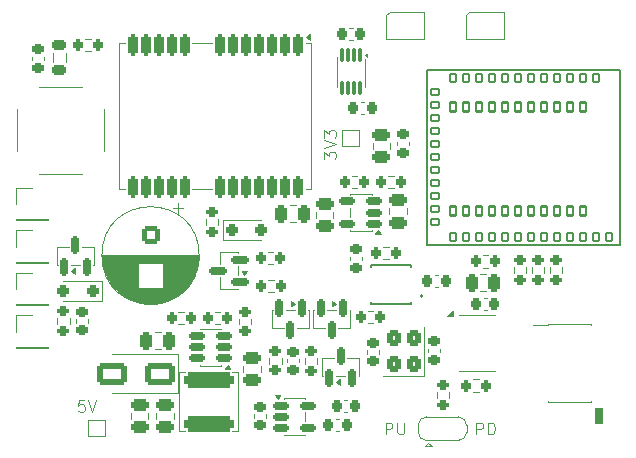
<source format=gbr>
%TF.GenerationSoftware,KiCad,Pcbnew,9.0.6-9.0.6~ubuntu24.04.1*%
%TF.CreationDate,2025-12-29T16:18:33+03:00*%
%TF.ProjectId,rc_ble,72635f62-6c65-42e6-9b69-6361645f7063,rev?*%
%TF.SameCoordinates,Original*%
%TF.FileFunction,Legend,Top*%
%TF.FilePolarity,Positive*%
%FSLAX46Y46*%
G04 Gerber Fmt 4.6, Leading zero omitted, Abs format (unit mm)*
G04 Created by KiCad (PCBNEW 9.0.6-9.0.6~ubuntu24.04.1) date 2025-12-29 16:18:33*
%MOMM*%
%LPD*%
G01*
G04 APERTURE LIST*
G04 Aperture macros list*
%AMRoundRect*
0 Rectangle with rounded corners*
0 $1 Rounding radius*
0 $2 $3 $4 $5 $6 $7 $8 $9 X,Y pos of 4 corners*
0 Add a 4 corners polygon primitive as box body*
4,1,4,$2,$3,$4,$5,$6,$7,$8,$9,$2,$3,0*
0 Add four circle primitives for the rounded corners*
1,1,$1+$1,$2,$3*
1,1,$1+$1,$4,$5*
1,1,$1+$1,$6,$7*
1,1,$1+$1,$8,$9*
0 Add four rect primitives between the rounded corners*
20,1,$1+$1,$2,$3,$4,$5,0*
20,1,$1+$1,$4,$5,$6,$7,0*
20,1,$1+$1,$6,$7,$8,$9,0*
20,1,$1+$1,$8,$9,$2,$3,0*%
%AMFreePoly0*
4,1,23,0.550000,-0.750000,0.000000,-0.750000,0.000000,-0.745722,-0.065263,-0.745722,-0.191342,-0.711940,-0.304381,-0.646677,-0.396677,-0.554381,-0.461940,-0.441342,-0.495722,-0.315263,-0.495722,-0.250000,-0.500000,-0.250000,-0.500000,0.250000,-0.495722,0.250000,-0.495722,0.315263,-0.461940,0.441342,-0.396677,0.554381,-0.304381,0.646677,-0.191342,0.711940,-0.065263,0.745722,0.000000,0.745722,
0.000000,0.750000,0.550000,0.750000,0.550000,-0.750000,0.550000,-0.750000,$1*%
%AMFreePoly1*
4,1,23,0.000000,0.745722,0.065263,0.745722,0.191342,0.711940,0.304381,0.646677,0.396677,0.554381,0.461940,0.441342,0.495722,0.315263,0.495722,0.250000,0.500000,0.250000,0.500000,-0.250000,0.495722,-0.250000,0.495722,-0.315263,0.461940,-0.441342,0.396677,-0.554381,0.304381,-0.646677,0.191342,-0.711940,0.065263,-0.745722,0.000000,-0.745722,0.000000,-0.750000,-0.550000,-0.750000,
-0.550000,0.750000,0.000000,0.750000,0.000000,0.745722,0.000000,0.745722,$1*%
G04 Aperture macros list end*
%ADD10C,0.100000*%
%ADD11C,0.120000*%
%ADD12C,0.150000*%
%ADD13C,0.152400*%
%ADD14FreePoly0,0.000000*%
%ADD15R,1.000000X1.500000*%
%ADD16FreePoly1,0.000000*%
%ADD17RoundRect,0.225000X-0.225000X-0.250000X0.225000X-0.250000X0.225000X0.250000X-0.225000X0.250000X0*%
%ADD18RoundRect,0.200000X-0.275000X0.200000X-0.275000X-0.200000X0.275000X-0.200000X0.275000X0.200000X0*%
%ADD19R,2.400000X0.740000*%
%ADD20RoundRect,0.250000X-0.475000X0.250000X-0.475000X-0.250000X0.475000X-0.250000X0.475000X0.250000X0*%
%ADD21RoundRect,0.225000X-0.250000X0.225000X-0.250000X-0.225000X0.250000X-0.225000X0.250000X0.225000X0*%
%ADD22R,1.700000X1.700000*%
%ADD23RoundRect,0.218750X0.381250X-0.218750X0.381250X0.218750X-0.381250X0.218750X-0.381250X-0.218750X0*%
%ADD24RoundRect,0.200000X-0.200000X-0.275000X0.200000X-0.275000X0.200000X0.275000X-0.200000X0.275000X0*%
%ADD25RoundRect,0.150000X-0.150000X0.587500X-0.150000X-0.587500X0.150000X-0.587500X0.150000X0.587500X0*%
%ADD26R,1.000000X1.000000*%
%ADD27RoundRect,0.350000X1.750000X0.350000X-1.750000X0.350000X-1.750000X-0.350000X1.750000X-0.350000X0*%
%ADD28RoundRect,0.200000X0.200000X0.275000X-0.200000X0.275000X-0.200000X-0.275000X0.200000X-0.275000X0*%
%ADD29RoundRect,0.250000X-0.250000X-0.475000X0.250000X-0.475000X0.250000X0.475000X-0.250000X0.475000X0*%
%ADD30RoundRect,0.087500X-0.087500X0.537500X-0.087500X-0.537500X0.087500X-0.537500X0.087500X0.537500X0*%
%ADD31RoundRect,0.250000X0.475000X-0.250000X0.475000X0.250000X-0.475000X0.250000X-0.475000X-0.250000X0*%
%ADD32RoundRect,0.225000X0.250000X-0.225000X0.250000X0.225000X-0.250000X0.225000X-0.250000X-0.225000X0*%
%ADD33RoundRect,0.250000X-0.250000X-0.250000X0.250000X-0.250000X0.250000X0.250000X-0.250000X0.250000X0*%
%ADD34C,0.700000*%
%ADD35C,4.400000*%
%ADD36RoundRect,0.150000X-0.512500X-0.150000X0.512500X-0.150000X0.512500X0.150000X-0.512500X0.150000X0*%
%ADD37RoundRect,0.200000X0.275000X-0.200000X0.275000X0.200000X-0.275000X0.200000X-0.275000X-0.200000X0*%
%ADD38RoundRect,0.250000X0.350000X-0.450000X0.350000X0.450000X-0.350000X0.450000X-0.350000X-0.450000X0*%
%ADD39O,0.850000X0.350000*%
%ADD40R,1.650000X4.250000*%
%ADD41RoundRect,0.150000X0.512500X0.150000X-0.512500X0.150000X-0.512500X-0.150000X0.512500X-0.150000X0*%
%ADD42R,0.700000X0.700000*%
%ADD43RoundRect,0.250000X0.250000X0.250000X-0.250000X0.250000X-0.250000X-0.250000X0.250000X-0.250000X0*%
%ADD44RoundRect,0.105000X-0.245000X0.345000X-0.245000X-0.345000X0.245000X-0.345000X0.245000X0.345000X0*%
%ADD45RoundRect,0.105000X-0.345000X-0.245000X0.345000X-0.245000X0.345000X0.245000X-0.345000X0.245000X0*%
%ADD46RoundRect,0.105000X0.245000X-0.345000X0.245000X0.345000X-0.245000X0.345000X-0.245000X-0.345000X0*%
%ADD47RoundRect,0.105000X0.245000X-0.395000X0.245000X0.395000X-0.245000X0.395000X-0.245000X-0.395000X0*%
%ADD48RoundRect,0.225000X0.225000X0.250000X-0.225000X0.250000X-0.225000X-0.250000X0.225000X-0.250000X0*%
%ADD49RoundRect,0.250000X0.250000X0.475000X-0.250000X0.475000X-0.250000X-0.475000X0.250000X-0.475000X0*%
%ADD50RoundRect,0.250000X1.000000X0.650000X-1.000000X0.650000X-1.000000X-0.650000X1.000000X-0.650000X0*%
%ADD51RoundRect,0.150000X0.150000X-0.587500X0.150000X0.587500X-0.150000X0.587500X-0.150000X-0.587500X0*%
%ADD52C,2.050000*%
%ADD53C,2.250000*%
%ADD54RoundRect,0.250000X-0.550000X0.550000X-0.550000X-0.550000X0.550000X-0.550000X0.550000X0.550000X0*%
%ADD55C,1.600000*%
%ADD56R,0.762000X0.304800*%
%ADD57R,1.651000X2.438400*%
%ADD58RoundRect,0.200000X-0.200000X0.700000X-0.200000X-0.700000X0.200000X-0.700000X0.200000X0.700000X0*%
%ADD59RoundRect,0.150000X0.587500X0.150000X-0.587500X0.150000X-0.587500X-0.150000X0.587500X-0.150000X0*%
G04 APERTURE END LIST*
D10*
X144770000Y-97440000D02*
X145390000Y-97440000D01*
X145390000Y-98670000D01*
X144770000Y-98670000D01*
X144770000Y-97440000D01*
G36*
X144770000Y-97440000D02*
G01*
X145390000Y-97440000D01*
X145390000Y-98670000D01*
X144770000Y-98670000D01*
X144770000Y-97440000D01*
G37*
X134763884Y-99652419D02*
X134763884Y-98652419D01*
X134763884Y-98652419D02*
X135144836Y-98652419D01*
X135144836Y-98652419D02*
X135240074Y-98700038D01*
X135240074Y-98700038D02*
X135287693Y-98747657D01*
X135287693Y-98747657D02*
X135335312Y-98842895D01*
X135335312Y-98842895D02*
X135335312Y-98985752D01*
X135335312Y-98985752D02*
X135287693Y-99080990D01*
X135287693Y-99080990D02*
X135240074Y-99128609D01*
X135240074Y-99128609D02*
X135144836Y-99176228D01*
X135144836Y-99176228D02*
X134763884Y-99176228D01*
X135763884Y-99652419D02*
X135763884Y-98652419D01*
X135763884Y-98652419D02*
X136001979Y-98652419D01*
X136001979Y-98652419D02*
X136144836Y-98700038D01*
X136144836Y-98700038D02*
X136240074Y-98795276D01*
X136240074Y-98795276D02*
X136287693Y-98890514D01*
X136287693Y-98890514D02*
X136335312Y-99080990D01*
X136335312Y-99080990D02*
X136335312Y-99223847D01*
X136335312Y-99223847D02*
X136287693Y-99414323D01*
X136287693Y-99414323D02*
X136240074Y-99509561D01*
X136240074Y-99509561D02*
X136144836Y-99604800D01*
X136144836Y-99604800D02*
X136001979Y-99652419D01*
X136001979Y-99652419D02*
X135763884Y-99652419D01*
X101560074Y-96732419D02*
X101083884Y-96732419D01*
X101083884Y-96732419D02*
X101036265Y-97208609D01*
X101036265Y-97208609D02*
X101083884Y-97160990D01*
X101083884Y-97160990D02*
X101179122Y-97113371D01*
X101179122Y-97113371D02*
X101417217Y-97113371D01*
X101417217Y-97113371D02*
X101512455Y-97160990D01*
X101512455Y-97160990D02*
X101560074Y-97208609D01*
X101560074Y-97208609D02*
X101607693Y-97303847D01*
X101607693Y-97303847D02*
X101607693Y-97541942D01*
X101607693Y-97541942D02*
X101560074Y-97637180D01*
X101560074Y-97637180D02*
X101512455Y-97684800D01*
X101512455Y-97684800D02*
X101417217Y-97732419D01*
X101417217Y-97732419D02*
X101179122Y-97732419D01*
X101179122Y-97732419D02*
X101083884Y-97684800D01*
X101083884Y-97684800D02*
X101036265Y-97637180D01*
X101893408Y-96732419D02*
X102226741Y-97732419D01*
X102226741Y-97732419D02*
X102560074Y-96732419D01*
X121872419Y-76321353D02*
X121872419Y-75702306D01*
X121872419Y-75702306D02*
X122253371Y-76035639D01*
X122253371Y-76035639D02*
X122253371Y-75892782D01*
X122253371Y-75892782D02*
X122300990Y-75797544D01*
X122300990Y-75797544D02*
X122348609Y-75749925D01*
X122348609Y-75749925D02*
X122443847Y-75702306D01*
X122443847Y-75702306D02*
X122681942Y-75702306D01*
X122681942Y-75702306D02*
X122777180Y-75749925D01*
X122777180Y-75749925D02*
X122824800Y-75797544D01*
X122824800Y-75797544D02*
X122872419Y-75892782D01*
X122872419Y-75892782D02*
X122872419Y-76178496D01*
X122872419Y-76178496D02*
X122824800Y-76273734D01*
X122824800Y-76273734D02*
X122777180Y-76321353D01*
X121872419Y-75416591D02*
X122872419Y-75083258D01*
X122872419Y-75083258D02*
X121872419Y-74749925D01*
X121872419Y-74511829D02*
X121872419Y-73892782D01*
X121872419Y-73892782D02*
X122253371Y-74226115D01*
X122253371Y-74226115D02*
X122253371Y-74083258D01*
X122253371Y-74083258D02*
X122300990Y-73988020D01*
X122300990Y-73988020D02*
X122348609Y-73940401D01*
X122348609Y-73940401D02*
X122443847Y-73892782D01*
X122443847Y-73892782D02*
X122681942Y-73892782D01*
X122681942Y-73892782D02*
X122777180Y-73940401D01*
X122777180Y-73940401D02*
X122824800Y-73988020D01*
X122824800Y-73988020D02*
X122872419Y-74083258D01*
X122872419Y-74083258D02*
X122872419Y-74368972D01*
X122872419Y-74368972D02*
X122824800Y-74464210D01*
X122824800Y-74464210D02*
X122777180Y-74511829D01*
X127073884Y-99652419D02*
X127073884Y-98652419D01*
X127073884Y-98652419D02*
X127454836Y-98652419D01*
X127454836Y-98652419D02*
X127550074Y-98700038D01*
X127550074Y-98700038D02*
X127597693Y-98747657D01*
X127597693Y-98747657D02*
X127645312Y-98842895D01*
X127645312Y-98842895D02*
X127645312Y-98985752D01*
X127645312Y-98985752D02*
X127597693Y-99080990D01*
X127597693Y-99080990D02*
X127550074Y-99128609D01*
X127550074Y-99128609D02*
X127454836Y-99176228D01*
X127454836Y-99176228D02*
X127073884Y-99176228D01*
X128073884Y-98652419D02*
X128073884Y-99461942D01*
X128073884Y-99461942D02*
X128121503Y-99557180D01*
X128121503Y-99557180D02*
X128169122Y-99604800D01*
X128169122Y-99604800D02*
X128264360Y-99652419D01*
X128264360Y-99652419D02*
X128454836Y-99652419D01*
X128454836Y-99652419D02*
X128550074Y-99604800D01*
X128550074Y-99604800D02*
X128597693Y-99557180D01*
X128597693Y-99557180D02*
X128645312Y-99461942D01*
X128645312Y-99461942D02*
X128645312Y-98652419D01*
D11*
%TO.C,JP101*%
X129830000Y-99460000D02*
X129830000Y-98860000D01*
X130380000Y-100660000D02*
X130980000Y-100660000D01*
X130480000Y-98160000D02*
X133280000Y-98160000D01*
X130680000Y-100360000D02*
X130380000Y-100660000D01*
X130680000Y-100360000D02*
X130980000Y-100660000D01*
X133280000Y-100160000D02*
X130480000Y-100160000D01*
X133930000Y-98860000D02*
X133930000Y-99460000D01*
X129830000Y-98860000D02*
G75*
G02*
X130530000Y-98160000I699999J1D01*
G01*
X130530000Y-100160000D02*
G75*
G02*
X129830000Y-99460000I-1J699999D01*
G01*
X133230000Y-98160000D02*
G75*
G02*
X133930000Y-98860000I0J-700000D01*
G01*
X133930000Y-99460000D02*
G75*
G02*
X133230000Y-100160000I-700000J0D01*
G01*
%TO.C,C108*%
X124989420Y-71520000D02*
X125270580Y-71520000D01*
X124989420Y-72540000D02*
X125270580Y-72540000D01*
%TO.C,R102*%
X111837500Y-81432742D02*
X111837500Y-81907258D01*
X112882500Y-81432742D02*
X112882500Y-81907258D01*
%TO.C,J104*%
X139560000Y-90370000D02*
X140835000Y-90370000D01*
X140835000Y-90305000D02*
X140835000Y-90370000D01*
X140835000Y-90305000D02*
X144465000Y-90305000D01*
X140835000Y-96810000D02*
X140835000Y-96875000D01*
X140835000Y-96875000D02*
X144465000Y-96875000D01*
X144465000Y-90305000D02*
X144465000Y-90370000D01*
X144465000Y-96810000D02*
X144465000Y-96875000D01*
%TO.C,C113*%
X125975000Y-74978748D02*
X125975000Y-75501252D01*
X127445000Y-74978748D02*
X127445000Y-75501252D01*
%TO.C,C110*%
X100840000Y-89914420D02*
X100840000Y-90195580D01*
X101860000Y-89914420D02*
X101860000Y-90195580D01*
%TO.C,J302*%
X95770000Y-85970000D02*
X97150000Y-85970000D01*
X95770000Y-87350000D02*
X95770000Y-85970000D01*
X95770000Y-88620000D02*
X95770000Y-88730000D01*
X95770000Y-88620000D02*
X98530000Y-88620000D01*
X95770000Y-88730000D02*
X98530000Y-88730000D01*
X98530000Y-88620000D02*
X98530000Y-88730000D01*
%TO.C,C106*%
X124014420Y-65240000D02*
X124295580Y-65240000D01*
X124014420Y-66260000D02*
X124295580Y-66260000D01*
%TO.C,C101*%
X125480001Y-92534420D02*
X125480001Y-92815580D01*
X126500001Y-92534420D02*
X126500001Y-92815580D01*
%TO.C,L201*%
X98890000Y-68149622D02*
X98890000Y-67350378D01*
X100010000Y-68149622D02*
X100010000Y-67350378D01*
%TO.C,R101*%
X135287742Y-84477500D02*
X135762258Y-84477500D01*
X135287742Y-85522500D02*
X135762258Y-85522500D01*
%TO.C,Q303*%
X120960000Y-89107500D02*
X121010000Y-89107500D01*
X120960000Y-90627500D02*
X120960000Y-89107500D01*
X121960000Y-90627500D02*
X120960000Y-90627500D01*
X122130000Y-89107500D02*
X122910000Y-89107500D01*
X124030000Y-89107500D02*
X124080000Y-89107500D01*
X124080000Y-89107500D02*
X124080000Y-90627500D01*
X124080000Y-90627500D02*
X123080000Y-90627500D01*
X122900000Y-88567500D02*
X122570000Y-88807500D01*
X122570000Y-88327500D01*
X122900000Y-88567500D01*
G36*
X122900000Y-88567500D02*
G01*
X122570000Y-88807500D01*
X122570000Y-88327500D01*
X122900000Y-88567500D01*
G37*
%TO.C,TP101*%
X101900000Y-98400000D02*
X103300000Y-98400000D01*
X101900000Y-99800000D02*
X101900000Y-98400000D01*
X103300000Y-98400000D02*
X103300000Y-99800000D01*
X103300000Y-99800000D02*
X101900000Y-99800000D01*
%TO.C,L401*%
D10*
X114600000Y-99400000D02*
X109600000Y-99400000D01*
X109600000Y-94400000D01*
X114600000Y-94400000D01*
X114600000Y-99400000D01*
D11*
%TO.C,R302*%
X127357258Y-83757500D02*
X126882742Y-83757500D01*
X127357258Y-84802500D02*
X126882742Y-84802500D01*
%TO.C,C202*%
X118938748Y-80215000D02*
X119461252Y-80215000D01*
X118938748Y-81685000D02*
X119461252Y-81685000D01*
%TO.C,C112*%
X122859420Y-98380000D02*
X123140580Y-98380000D01*
X122859420Y-99400000D02*
X123140580Y-99400000D01*
%TO.C,R110*%
X139477500Y-85487742D02*
X139477500Y-85962258D01*
X140522500Y-85487742D02*
X140522500Y-85962258D01*
%TO.C,U102*%
X122945000Y-70200000D02*
X122945000Y-67680000D01*
X125315000Y-67834432D02*
X125315000Y-70200000D01*
X125510000Y-67680000D02*
X125320000Y-67540000D01*
X125510000Y-67400000D01*
X125510000Y-67680000D01*
G36*
X125510000Y-67680000D02*
G01*
X125320000Y-67540000D01*
X125510000Y-67400000D01*
X125510000Y-67680000D01*
G37*
%TO.C,C107*%
X121175000Y-81321252D02*
X121175000Y-80798748D01*
X122645000Y-81321252D02*
X122645000Y-80798748D01*
%TO.C,R104*%
X131397500Y-96072742D02*
X131397500Y-96547258D01*
X132442500Y-96072742D02*
X132442500Y-96547258D01*
%TO.C,C103*%
X130630001Y-92690580D02*
X130630001Y-92409420D01*
X131650001Y-92690580D02*
X131650001Y-92409420D01*
%TO.C,D101*%
X113272500Y-81490000D02*
X113272500Y-83190000D01*
X113272500Y-81490000D02*
X116532500Y-81490000D01*
X113272500Y-83190000D02*
X116532500Y-83190000D01*
%TO.C,C404*%
X105505000Y-98331252D02*
X105505000Y-97808748D01*
X106975000Y-98331252D02*
X106975000Y-97808748D01*
%TO.C,C301*%
X131234420Y-86140000D02*
X131515580Y-86140000D01*
X131234420Y-87160000D02*
X131515580Y-87160000D01*
%TO.C,U105*%
X118462500Y-96590000D02*
X120282500Y-96590000D01*
X118462500Y-96640000D02*
X118462500Y-96590000D01*
X118462500Y-99710000D02*
X118462500Y-99660000D01*
X120282500Y-96590000D02*
X120282500Y-96640000D01*
X120282500Y-97760000D02*
X120282500Y-98540000D01*
X120282500Y-99660000D02*
X120282500Y-99710000D01*
X120282500Y-99710000D02*
X118462500Y-99710000D01*
X117922500Y-96640000D02*
X117682500Y-96310000D01*
X118162500Y-96310000D01*
X117922500Y-96640000D01*
G36*
X117922500Y-96640000D02*
G01*
X117682500Y-96310000D01*
X118162500Y-96310000D01*
X117922500Y-96640000D01*
G37*
%TO.C,C201*%
X97140000Y-67684420D02*
X97140000Y-67965580D01*
X98160000Y-67684420D02*
X98160000Y-67965580D01*
%TO.C,R402*%
X114652500Y-90337258D02*
X114652500Y-89862742D01*
X115697500Y-90337258D02*
X115697500Y-89862742D01*
%TO.C,R401*%
X109537742Y-89257500D02*
X110012258Y-89257500D01*
X109537742Y-90302500D02*
X110012258Y-90302500D01*
%TO.C,R108*%
X137927500Y-85487742D02*
X137927500Y-85962258D01*
X138972500Y-85487742D02*
X138972500Y-85962258D01*
%TO.C,Q302*%
X117460000Y-89107500D02*
X117510000Y-89107500D01*
X117460000Y-90627500D02*
X117460000Y-89107500D01*
X118460000Y-90627500D02*
X117460000Y-90627500D01*
X118630000Y-89107500D02*
X119410000Y-89107500D01*
X120530000Y-89107500D02*
X120580000Y-89107500D01*
X120580000Y-89107500D02*
X120580000Y-90627500D01*
X120580000Y-90627500D02*
X119580000Y-90627500D01*
X119400000Y-88567500D02*
X119070000Y-88807500D01*
X119070000Y-88327500D01*
X119400000Y-88567500D01*
G36*
X119400000Y-88567500D02*
G01*
X119070000Y-88807500D01*
X119070000Y-88327500D01*
X119400000Y-88567500D01*
G37*
%TO.C,Y101*%
X126890001Y-94660000D02*
X130310001Y-94660000D01*
X130310001Y-94660000D02*
X130310001Y-90540000D01*
%TO.C,J102*%
X95770000Y-82370000D02*
X97150000Y-82370000D01*
X95770000Y-83750000D02*
X95770000Y-82370000D01*
X95770000Y-85020000D02*
X95770000Y-85130000D01*
X95770000Y-85020000D02*
X98530000Y-85020000D01*
X95770000Y-85130000D02*
X98530000Y-85130000D01*
X98530000Y-85020000D02*
X98530000Y-85130000D01*
%TO.C,U101*%
X133312500Y-94260000D02*
X136312500Y-94260000D01*
X136312500Y-89540000D02*
X133312500Y-89540000D01*
X132742500Y-89640000D02*
X132262500Y-89640000D01*
X132742500Y-89160000D01*
X132742500Y-89640000D01*
G36*
X132742500Y-89640000D02*
G01*
X132262500Y-89640000D01*
X132742500Y-89160000D01*
X132742500Y-89640000D01*
G37*
%TO.C,U401*%
X111340000Y-90702500D02*
X113160000Y-90702500D01*
X111340000Y-90752500D02*
X111340000Y-90702500D01*
X111340000Y-93822500D02*
X111340000Y-93772500D01*
X113160000Y-90702500D02*
X113160000Y-90752500D01*
X113160000Y-93772500D02*
X113160000Y-93822500D01*
X113160000Y-93822500D02*
X111340000Y-93822500D01*
X113940000Y-94102500D02*
X113460000Y-94102500D01*
X113700000Y-93772500D01*
X113940000Y-94102500D01*
G36*
X113940000Y-94102500D02*
G01*
X113460000Y-94102500D01*
X113700000Y-93772500D01*
X113940000Y-94102500D01*
G37*
%TO.C,R201*%
X101637742Y-66177500D02*
X102112258Y-66177500D01*
X101637742Y-67222500D02*
X102112258Y-67222500D01*
%TO.C,R306*%
X117082742Y-84207500D02*
X117557258Y-84207500D01*
X117082742Y-85252500D02*
X117557258Y-85252500D01*
%TO.C,D102*%
X133875000Y-66150000D02*
X133875000Y-64150000D01*
X133875000Y-66150000D02*
X137075000Y-66150000D01*
X134175000Y-63850000D02*
X133875000Y-64150000D01*
X134175000Y-63850000D02*
X137075000Y-63850000D01*
X137075000Y-63850000D02*
X137075000Y-66150000D01*
%TO.C,D103*%
X127135000Y-66150000D02*
X127135000Y-64150000D01*
X127135000Y-66150000D02*
X130335000Y-66150000D01*
X127435000Y-63850000D02*
X127135000Y-64150000D01*
X127435000Y-63850000D02*
X130335000Y-63850000D01*
X130335000Y-63850000D02*
X130335000Y-66150000D01*
%TO.C,R304*%
X117122742Y-86542500D02*
X117597258Y-86542500D01*
X117122742Y-87587500D02*
X117597258Y-87587500D01*
%TO.C,J103*%
X95770000Y-78770000D02*
X97150000Y-78770000D01*
X95770000Y-80150000D02*
X95770000Y-78770000D01*
X95770000Y-81420000D02*
X95770000Y-81530000D01*
X95770000Y-81420000D02*
X98530000Y-81420000D01*
X95770000Y-81530000D02*
X98530000Y-81530000D01*
X98530000Y-81420000D02*
X98530000Y-81530000D01*
%TO.C,R301*%
X126047258Y-89157500D02*
X125572742Y-89157500D01*
X126047258Y-90202500D02*
X125572742Y-90202500D01*
%TO.C,D104*%
X103060000Y-86680000D02*
X99800000Y-86680000D01*
X103060000Y-88380000D02*
X99800000Y-88380000D01*
X103060000Y-88380000D02*
X103060000Y-86680000D01*
%TO.C,R107*%
X99277500Y-89802742D02*
X99277500Y-90277258D01*
X100322500Y-89802742D02*
X100322500Y-90277258D01*
%TO.C,U104*%
D12*
X146945000Y-68755000D02*
X130555000Y-68755000D01*
X130555000Y-83645000D01*
X146945000Y-83645000D01*
X146945000Y-68755000D01*
D11*
%TO.C,R305*%
X117217500Y-93172742D02*
X117217500Y-93647258D01*
X118262500Y-93172742D02*
X118262500Y-93647258D01*
%TO.C,C105*%
X135658080Y-88080000D02*
X135376920Y-88080000D01*
X135658080Y-89100000D02*
X135376920Y-89100000D01*
%TO.C,R403*%
X113062258Y-89252500D02*
X112587742Y-89252500D01*
X113062258Y-90297500D02*
X112587742Y-90297500D01*
%TO.C,C401*%
X108031252Y-90985000D02*
X107508748Y-90985000D01*
X108031252Y-92455000D02*
X107508748Y-92455000D01*
%TO.C,D401*%
X109460000Y-92875000D02*
X103950000Y-92875000D01*
X109460000Y-96175000D02*
X103950000Y-96175000D01*
X109460000Y-96175000D02*
X109460000Y-92875000D01*
%TO.C,C102*%
X135573752Y-86075000D02*
X135051248Y-86075000D01*
X135573752Y-87545000D02*
X135051248Y-87545000D01*
%TO.C,R109*%
X140977500Y-85487742D02*
X140977500Y-85962258D01*
X142022500Y-85487742D02*
X142022500Y-85962258D01*
%TO.C,Q301*%
X121710000Y-93150000D02*
X122710000Y-93150000D01*
X121710000Y-94670000D02*
X121710000Y-93150000D01*
X121760000Y-94670000D02*
X121710000Y-94670000D01*
X123660000Y-94670000D02*
X122880000Y-94670000D01*
X123830000Y-93150000D02*
X124830000Y-93150000D01*
X124830000Y-93150000D02*
X124830000Y-94670000D01*
X124830000Y-94670000D02*
X124780000Y-94670000D01*
X123220000Y-95450000D02*
X122890000Y-95210000D01*
X123220000Y-94970000D01*
X123220000Y-95450000D01*
G36*
X123220000Y-95450000D02*
G01*
X122890000Y-95210000D01*
X123220000Y-94970000D01*
X123220000Y-95450000D01*
G37*
%TO.C,J301*%
X95770000Y-89570000D02*
X97150000Y-89570000D01*
X95770000Y-90950000D02*
X95770000Y-89570000D01*
X95770000Y-92220000D02*
X95770000Y-92330000D01*
X95770000Y-92220000D02*
X98530000Y-92220000D01*
X95770000Y-92330000D02*
X98530000Y-92330000D01*
X98530000Y-92220000D02*
X98530000Y-92330000D01*
%TO.C,J101*%
X95880000Y-72090000D02*
X95880000Y-75690000D01*
X97760000Y-70210000D02*
X101360000Y-70210000D01*
X97760000Y-77570000D02*
X101360000Y-77570000D01*
X103240000Y-72090000D02*
X103240000Y-75690000D01*
%TO.C,C104*%
X106130000Y-85210000D02*
X103153000Y-85210000D01*
X106130000Y-85250000D02*
X103161000Y-85250000D01*
X106130000Y-85290000D02*
X103168000Y-85290000D01*
X106130000Y-85330000D02*
X103177000Y-85330000D01*
X106130000Y-85370000D02*
X103185000Y-85370000D01*
X106130000Y-85410000D02*
X103194000Y-85410000D01*
X106130000Y-85450000D02*
X103203000Y-85450000D01*
X106130000Y-85490000D02*
X103213000Y-85490000D01*
X106130000Y-85530000D02*
X103223000Y-85530000D01*
X106130000Y-85570000D02*
X103234000Y-85570000D01*
X106130000Y-85610000D02*
X103245000Y-85610000D01*
X106130000Y-85650000D02*
X103257000Y-85650000D01*
X106130000Y-85690000D02*
X103269000Y-85690000D01*
X106130000Y-85730000D02*
X103281000Y-85730000D01*
X106130000Y-85770000D02*
X103294000Y-85770000D01*
X106130000Y-85810000D02*
X103307000Y-85810000D01*
X106130000Y-85850000D02*
X103321000Y-85850000D01*
X106130000Y-85890000D02*
X103335000Y-85890000D01*
X106130000Y-85930000D02*
X103350000Y-85930000D01*
X106130000Y-85970000D02*
X103365000Y-85970000D01*
X106130000Y-86010000D02*
X103381000Y-86010000D01*
X106130000Y-86050000D02*
X103397000Y-86050000D01*
X106130000Y-86090000D02*
X103413000Y-86090000D01*
X106130000Y-86130000D02*
X103430000Y-86130000D01*
X106130000Y-86170000D02*
X103448000Y-86170000D01*
X106130000Y-86210000D02*
X103466000Y-86210000D01*
X106130000Y-86250000D02*
X103485000Y-86250000D01*
X106130000Y-86290000D02*
X103504000Y-86290000D01*
X106130000Y-86330000D02*
X103524000Y-86330000D01*
X106130000Y-86370000D02*
X103544000Y-86370000D01*
X106130000Y-86410000D02*
X103565000Y-86410000D01*
X106130000Y-86450000D02*
X103586000Y-86450000D01*
X106130000Y-86490000D02*
X103608000Y-86490000D01*
X106130000Y-86530000D02*
X103631000Y-86530000D01*
X106130000Y-86570000D02*
X103654000Y-86570000D01*
X106130000Y-86610000D02*
X103677000Y-86610000D01*
X106130000Y-86650000D02*
X103702000Y-86650000D01*
X106130000Y-86690000D02*
X103727000Y-86690000D01*
X106130000Y-86730000D02*
X103752000Y-86730000D01*
X106130000Y-86770000D02*
X103778000Y-86770000D01*
X106130000Y-86810000D02*
X103805000Y-86810000D01*
X106130000Y-86850000D02*
X103833000Y-86850000D01*
X106130000Y-86890000D02*
X103861000Y-86890000D01*
X106130000Y-86930000D02*
X103890000Y-86930000D01*
X106130000Y-86970000D02*
X103920000Y-86970000D01*
X106130000Y-87010000D02*
X103951000Y-87010000D01*
X106130000Y-87050000D02*
X103982000Y-87050000D01*
X106130000Y-87090000D02*
X104014000Y-87090000D01*
X106130000Y-87130000D02*
X104047000Y-87130000D01*
X106130000Y-87170000D02*
X104081000Y-87170000D01*
X106130000Y-87210000D02*
X104115000Y-87210000D01*
X106130000Y-87250000D02*
X104151000Y-87250000D01*
X107703000Y-88570000D02*
X106637000Y-88570000D01*
X107938000Y-88530000D02*
X106402000Y-88530000D01*
X108117000Y-88490000D02*
X106223000Y-88490000D01*
X108267000Y-88450000D02*
X106073000Y-88450000D01*
X108398000Y-88410000D02*
X105942000Y-88410000D01*
X108516000Y-88370000D02*
X105824000Y-88370000D01*
X108623000Y-88330000D02*
X105717000Y-88330000D01*
X108722000Y-88290000D02*
X105618000Y-88290000D01*
X108814000Y-88250000D02*
X105526000Y-88250000D01*
X108901000Y-88210000D02*
X105439000Y-88210000D01*
X108983000Y-88170000D02*
X105357000Y-88170000D01*
X109060000Y-88130000D02*
X105280000Y-88130000D01*
X109134000Y-88090000D02*
X105206000Y-88090000D01*
X109204000Y-88050000D02*
X105136000Y-88050000D01*
X109271000Y-88010000D02*
X105069000Y-88010000D01*
X109335000Y-87970000D02*
X105005000Y-87970000D01*
X109397000Y-87930000D02*
X104943000Y-87930000D01*
X109457000Y-87890000D02*
X104883000Y-87890000D01*
X109485000Y-80080302D02*
X109485000Y-80880302D01*
X109514000Y-87850000D02*
X104826000Y-87850000D01*
X109570000Y-87810000D02*
X104770000Y-87810000D01*
X109623000Y-87770000D02*
X104717000Y-87770000D01*
X109675000Y-87730000D02*
X104665000Y-87730000D01*
X109725000Y-87690000D02*
X104615000Y-87690000D01*
X109774000Y-87650000D02*
X104566000Y-87650000D01*
X109821000Y-87610000D02*
X104519000Y-87610000D01*
X109866000Y-87570000D02*
X104474000Y-87570000D01*
X109885000Y-80480302D02*
X109085000Y-80480302D01*
X109911000Y-87530000D02*
X104429000Y-87530000D01*
X109954000Y-87490000D02*
X104386000Y-87490000D01*
X109996000Y-87450000D02*
X104344000Y-87450000D01*
X110037000Y-87410000D02*
X104303000Y-87410000D01*
X110076000Y-87370000D02*
X104264000Y-87370000D01*
X110115000Y-87330000D02*
X104225000Y-87330000D01*
X110152000Y-87290000D02*
X104188000Y-87290000D01*
X110189000Y-87250000D02*
X108210000Y-87250000D01*
X110225000Y-87210000D02*
X108210000Y-87210000D01*
X110259000Y-87170000D02*
X108210000Y-87170000D01*
X110293000Y-87130000D02*
X108210000Y-87130000D01*
X110326000Y-87090000D02*
X108210000Y-87090000D01*
X110358000Y-87050000D02*
X108210000Y-87050000D01*
X110389000Y-87010000D02*
X108210000Y-87010000D01*
X110420000Y-86970000D02*
X108210000Y-86970000D01*
X110450000Y-86930000D02*
X108210000Y-86930000D01*
X110479000Y-86890000D02*
X108210000Y-86890000D01*
X110507000Y-86850000D02*
X108210000Y-86850000D01*
X110535000Y-86810000D02*
X108210000Y-86810000D01*
X110562000Y-86770000D02*
X108210000Y-86770000D01*
X110588000Y-86730000D02*
X108210000Y-86730000D01*
X110613000Y-86690000D02*
X108210000Y-86690000D01*
X110638000Y-86650000D02*
X108210000Y-86650000D01*
X110663000Y-86610000D02*
X108210000Y-86610000D01*
X110686000Y-86570000D02*
X108210000Y-86570000D01*
X110709000Y-86530000D02*
X108210000Y-86530000D01*
X110732000Y-86490000D02*
X108210000Y-86490000D01*
X110754000Y-86450000D02*
X108210000Y-86450000D01*
X110775000Y-86410000D02*
X108210000Y-86410000D01*
X110796000Y-86370000D02*
X108210000Y-86370000D01*
X110816000Y-86330000D02*
X108210000Y-86330000D01*
X110836000Y-86290000D02*
X108210000Y-86290000D01*
X110855000Y-86250000D02*
X108210000Y-86250000D01*
X110874000Y-86210000D02*
X108210000Y-86210000D01*
X110892000Y-86170000D02*
X108210000Y-86170000D01*
X110910000Y-86130000D02*
X108210000Y-86130000D01*
X110927000Y-86090000D02*
X108210000Y-86090000D01*
X110943000Y-86050000D02*
X108210000Y-86050000D01*
X110959000Y-86010000D02*
X108210000Y-86010000D01*
X110975000Y-85970000D02*
X108210000Y-85970000D01*
X110990000Y-85930000D02*
X108210000Y-85930000D01*
X111005000Y-85890000D02*
X108210000Y-85890000D01*
X111019000Y-85850000D02*
X108210000Y-85850000D01*
X111033000Y-85810000D02*
X108210000Y-85810000D01*
X111046000Y-85770000D02*
X108210000Y-85770000D01*
X111059000Y-85730000D02*
X108210000Y-85730000D01*
X111071000Y-85690000D02*
X108210000Y-85690000D01*
X111083000Y-85650000D02*
X108210000Y-85650000D01*
X111095000Y-85610000D02*
X108210000Y-85610000D01*
X111106000Y-85570000D02*
X108210000Y-85570000D01*
X111117000Y-85530000D02*
X108210000Y-85530000D01*
X111127000Y-85490000D02*
X108210000Y-85490000D01*
X111137000Y-85450000D02*
X108210000Y-85450000D01*
X111146000Y-85410000D02*
X108210000Y-85410000D01*
X111155000Y-85370000D02*
X108210000Y-85370000D01*
X111163000Y-85330000D02*
X108210000Y-85330000D01*
X111172000Y-85290000D02*
X108210000Y-85290000D01*
X111179000Y-85250000D02*
X108210000Y-85250000D01*
X111187000Y-85210000D02*
X108210000Y-85210000D01*
X111193000Y-85170000D02*
X103147000Y-85170000D01*
X111200000Y-85130000D02*
X103140000Y-85130000D01*
X111206000Y-85090000D02*
X103134000Y-85090000D01*
X111212000Y-85050000D02*
X103128000Y-85050000D01*
X111217000Y-85010000D02*
X103123000Y-85010000D01*
X111222000Y-84970000D02*
X103118000Y-84970000D01*
X111226000Y-84930000D02*
X103114000Y-84930000D01*
X111231000Y-84890000D02*
X103109000Y-84890000D01*
X111234000Y-84850000D02*
X103106000Y-84850000D01*
X111238000Y-84810000D02*
X103102000Y-84810000D01*
X111240000Y-84770000D02*
X103100000Y-84770000D01*
X111243000Y-84730000D02*
X103097000Y-84730000D01*
X111245000Y-84690000D02*
X103095000Y-84690000D01*
X111247000Y-84650000D02*
X103093000Y-84650000D01*
X111248000Y-84610000D02*
X103092000Y-84610000D01*
X111249000Y-84570000D02*
X103091000Y-84570000D01*
X111250000Y-84490000D02*
X103090000Y-84490000D01*
X111250000Y-84530000D02*
X103090000Y-84530000D01*
X111290000Y-84490000D02*
G75*
G02*
X103050000Y-84490000I-4120000J0D01*
G01*
X103050000Y-84490000D02*
G75*
G02*
X111290000Y-84490000I4120000J0D01*
G01*
%TO.C,R303*%
X120227500Y-93182742D02*
X120227500Y-93657258D01*
X121272500Y-93182742D02*
X121272500Y-93657258D01*
%TO.C,R105*%
X127287742Y-77777500D02*
X127762258Y-77777500D01*
X127287742Y-78822500D02*
X127762258Y-78822500D01*
D13*
%TO.C,U301*%
X125875400Y-85288579D02*
X125875400Y-85504860D01*
X125875400Y-88425098D02*
X125875400Y-88641379D01*
X125875400Y-88641379D02*
X129228200Y-88641379D01*
X129228200Y-85288579D02*
X125875400Y-85288579D01*
X129228200Y-85504860D02*
X129228200Y-85288579D01*
X129228200Y-88641379D02*
X129228200Y-88425098D01*
X130208386Y-87939958D02*
G75*
G02*
X130005186Y-87939958I-101600J0D01*
G01*
X130005186Y-87939958D02*
G75*
G02*
X130208386Y-87939958I101600J0D01*
G01*
D11*
%TO.C,U103*%
X124066250Y-79300000D02*
X125886250Y-79300000D01*
X124066250Y-79350000D02*
X124066250Y-79300000D01*
X124066250Y-81250000D02*
X124066250Y-80470000D01*
X124066250Y-82420000D02*
X124066250Y-82370000D01*
X125886250Y-79300000D02*
X125886250Y-79350000D01*
X125886250Y-82370000D02*
X125886250Y-82420000D01*
X125886250Y-82420000D02*
X124066250Y-82420000D01*
X126666250Y-82700000D02*
X126186250Y-82700000D01*
X126426250Y-82370000D01*
X126666250Y-82700000D01*
G36*
X126666250Y-82700000D02*
G01*
X126186250Y-82700000D01*
X126426250Y-82370000D01*
X126666250Y-82700000D01*
G37*
%TO.C,C114*%
X123554420Y-96750000D02*
X123835580Y-96750000D01*
X123554420Y-97770000D02*
X123835580Y-97770000D01*
%TO.C,R106*%
X124667258Y-77737500D02*
X124192742Y-77737500D01*
X124667258Y-78782500D02*
X124192742Y-78782500D01*
%TO.C,C302*%
X124090000Y-84890580D02*
X124090000Y-84609420D01*
X125110000Y-84890580D02*
X125110000Y-84609420D01*
%TO.C,U201*%
X104540000Y-66490000D02*
X104540000Y-78910000D01*
X104990000Y-66490000D02*
X104540000Y-66490000D01*
X104990000Y-78910000D02*
X104550000Y-78910000D01*
X112390000Y-66490000D02*
X110710000Y-66490000D01*
X112390000Y-78910000D02*
X110710000Y-78910000D01*
X120760000Y-66490000D02*
X120310000Y-66490000D01*
X120760000Y-66490000D02*
X120760000Y-78910000D01*
X120760000Y-78910000D02*
X120310000Y-78910000D01*
X120640000Y-66240000D02*
X120310000Y-66000000D01*
X120640000Y-65760000D01*
X120640000Y-66240000D01*
G36*
X120640000Y-66240000D02*
G01*
X120310000Y-66000000D01*
X120640000Y-65760000D01*
X120640000Y-66240000D01*
G37*
%TO.C,C109*%
X127391250Y-81021252D02*
X127391250Y-80498748D01*
X128861250Y-81021252D02*
X128861250Y-80498748D01*
%TO.C,C402*%
X115015000Y-93863748D02*
X115015000Y-94386252D01*
X116485000Y-93863748D02*
X116485000Y-94386252D01*
%TO.C,C303*%
X118760000Y-93269420D02*
X118760000Y-93550580D01*
X119780000Y-93269420D02*
X119780000Y-93550580D01*
%TO.C,R103*%
X134972258Y-94987500D02*
X134497742Y-94987500D01*
X134972258Y-96032500D02*
X134497742Y-96032500D01*
%TO.C,TP102*%
X123400000Y-73840000D02*
X124800000Y-73840000D01*
X123400000Y-75240000D02*
X123400000Y-73840000D01*
X124800000Y-73840000D02*
X124800000Y-75240000D01*
X124800000Y-75240000D02*
X123400000Y-75240000D01*
%TO.C,D301*%
X113062500Y-84240000D02*
X114582500Y-84240000D01*
X113062500Y-85240000D02*
X113062500Y-84240000D01*
X113062500Y-87360000D02*
X113062500Y-86360000D01*
X114582500Y-84240000D02*
X114582500Y-84290000D01*
X114582500Y-85410000D02*
X114582500Y-86190000D01*
X114582500Y-87310000D02*
X114582500Y-87360000D01*
X114582500Y-87360000D02*
X113062500Y-87360000D01*
X115122500Y-86180000D02*
X114882500Y-85850000D01*
X115362500Y-85850000D01*
X115122500Y-86180000D01*
G36*
X115122500Y-86180000D02*
G01*
X114882500Y-85850000D01*
X115362500Y-85850000D01*
X115122500Y-86180000D01*
G37*
%TO.C,Q101*%
X99250000Y-83762500D02*
X100250000Y-83762500D01*
X99250000Y-85282500D02*
X99250000Y-83762500D01*
X99300000Y-85282500D02*
X99250000Y-85282500D01*
X101200000Y-85282500D02*
X100420000Y-85282500D01*
X101370000Y-83762500D02*
X102370000Y-83762500D01*
X102370000Y-83762500D02*
X102370000Y-85282500D01*
X102370000Y-85282500D02*
X102320000Y-85282500D01*
X100760000Y-86062500D02*
X100430000Y-85822500D01*
X100760000Y-85582500D01*
X100760000Y-86062500D01*
G36*
X100760000Y-86062500D02*
G01*
X100430000Y-85822500D01*
X100760000Y-85582500D01*
X100760000Y-86062500D01*
G37*
%TO.C,C115*%
X128020000Y-74874420D02*
X128020000Y-75155580D01*
X129040000Y-74874420D02*
X129040000Y-75155580D01*
%TO.C,C111*%
X115930000Y-97954420D02*
X115930000Y-98235580D01*
X116950000Y-97954420D02*
X116950000Y-98235580D01*
%TO.C,C403*%
X107655000Y-98331252D02*
X107655000Y-97808748D01*
X109125000Y-98331252D02*
X109125000Y-97808748D01*
%TD*%
%LPC*%
%TO.C,JP101*%
G36*
X131130000Y-98410000D02*
G01*
X132630000Y-98410000D01*
X132630000Y-99910000D01*
X131130000Y-99910000D01*
X131130000Y-98410000D01*
G37*
%TD*%
D14*
%TO.C,JP101*%
X130580000Y-99160000D03*
D15*
X131880000Y-99160000D03*
D16*
X133180000Y-99160000D03*
%TD*%
D17*
%TO.C,C108*%
X124355000Y-72030000D03*
X125905000Y-72030000D03*
%TD*%
D18*
%TO.C,R102*%
X112360000Y-80845000D03*
X112360000Y-82495000D03*
%TD*%
D19*
%TO.C,J104*%
X140700000Y-91050000D03*
X144600000Y-91050000D03*
X140700000Y-92320000D03*
X144600000Y-92320000D03*
X140700000Y-93590000D03*
X144600000Y-93590000D03*
X140700000Y-94860000D03*
X144600000Y-94860000D03*
X140700000Y-96130000D03*
X144600000Y-96130000D03*
%TD*%
D20*
%TO.C,C113*%
X126710000Y-74290000D03*
X126710000Y-76190000D03*
%TD*%
D21*
%TO.C,C110*%
X101350000Y-89280000D03*
X101350000Y-90830000D03*
%TD*%
D22*
%TO.C,J302*%
X97150000Y-87350000D03*
%TD*%
D17*
%TO.C,C106*%
X123380000Y-65750000D03*
X124930000Y-65750000D03*
%TD*%
D21*
%TO.C,C101*%
X125990001Y-91900000D03*
X125990001Y-93450000D03*
%TD*%
D23*
%TO.C,L201*%
X99450000Y-68812500D03*
X99450000Y-66687500D03*
%TD*%
D24*
%TO.C,R101*%
X134700000Y-85000000D03*
X136350000Y-85000000D03*
%TD*%
D25*
%TO.C,Q303*%
X123470000Y-88930000D03*
X121570000Y-88930000D03*
X122520000Y-90805000D03*
%TD*%
D26*
%TO.C,TP101*%
X102600000Y-99100000D03*
%TD*%
D27*
%TO.C,L401*%
X112100000Y-95025000D03*
X112100000Y-98775000D03*
%TD*%
D28*
%TO.C,R302*%
X127945000Y-84280000D03*
X126295000Y-84280000D03*
%TD*%
D29*
%TO.C,C202*%
X118250000Y-80950000D03*
X120150000Y-80950000D03*
%TD*%
D17*
%TO.C,C112*%
X122225000Y-98890000D03*
X123775000Y-98890000D03*
%TD*%
D18*
%TO.C,R110*%
X140000000Y-84900000D03*
X140000000Y-86550000D03*
%TD*%
D30*
%TO.C,U102*%
X124880000Y-67540000D03*
X124380000Y-67540000D03*
X123880000Y-67540000D03*
X123380000Y-67540000D03*
X123380000Y-70340000D03*
X123880000Y-70340000D03*
X124380000Y-70340000D03*
X124880000Y-70340000D03*
%TD*%
D31*
%TO.C,C107*%
X121910000Y-82010000D03*
X121910000Y-80110000D03*
%TD*%
D18*
%TO.C,R104*%
X131920000Y-95485000D03*
X131920000Y-97135000D03*
%TD*%
D32*
%TO.C,C103*%
X131140001Y-93325000D03*
X131140001Y-91775000D03*
%TD*%
D33*
%TO.C,D101*%
X114032500Y-82340000D03*
X116532500Y-82340000D03*
%TD*%
D31*
%TO.C,C404*%
X106240000Y-99020000D03*
X106240000Y-97120000D03*
%TD*%
D17*
%TO.C,C301*%
X130600000Y-86650000D03*
X132150000Y-86650000D03*
%TD*%
D34*
%TO.C,H101*%
X142330000Y-65670000D03*
X142813274Y-64503274D03*
X142813274Y-66836726D03*
X143980000Y-64020000D03*
D35*
X143980000Y-65670000D03*
D34*
X143980000Y-67320000D03*
X145146726Y-64503274D03*
X145146726Y-66836726D03*
X145630000Y-65670000D03*
%TD*%
D36*
%TO.C,U105*%
X118235000Y-97200000D03*
X118235000Y-98150000D03*
X118235000Y-99100000D03*
X120510000Y-99100000D03*
X120510000Y-97200000D03*
%TD*%
D21*
%TO.C,C201*%
X97650000Y-67050000D03*
X97650000Y-68600000D03*
%TD*%
D37*
%TO.C,R402*%
X115175000Y-90925000D03*
X115175000Y-89275000D03*
%TD*%
D24*
%TO.C,R401*%
X108950000Y-89780000D03*
X110600000Y-89780000D03*
%TD*%
D18*
%TO.C,R108*%
X138450000Y-84900000D03*
X138450000Y-86550000D03*
%TD*%
D25*
%TO.C,Q302*%
X119970000Y-88930000D03*
X118070000Y-88930000D03*
X119020000Y-90805000D03*
%TD*%
D38*
%TO.C,Y101*%
X129450001Y-93700000D03*
X129450001Y-91500000D03*
X127750001Y-91500000D03*
X127750001Y-93700000D03*
%TD*%
D22*
%TO.C,J102*%
X97150000Y-83750000D03*
%TD*%
D39*
%TO.C,U101*%
X133312500Y-89950000D03*
X133312500Y-90600000D03*
X133312500Y-91250000D03*
X133312500Y-91900000D03*
X133312500Y-92550000D03*
X133312500Y-93200000D03*
X133312500Y-93850000D03*
X136312500Y-93850000D03*
X136312500Y-93200000D03*
X136312500Y-92550000D03*
X136312500Y-91900000D03*
X136312500Y-91250000D03*
X136312500Y-90600000D03*
X136312500Y-89950000D03*
D40*
X134812500Y-91900000D03*
%TD*%
D41*
%TO.C,U401*%
X113387500Y-93212500D03*
X113387500Y-92262500D03*
X113387500Y-91312500D03*
X111112500Y-91312500D03*
X111112500Y-92262500D03*
X111112500Y-93212500D03*
%TD*%
D24*
%TO.C,R201*%
X101050000Y-66700000D03*
X102700000Y-66700000D03*
%TD*%
%TO.C,R306*%
X116495000Y-84730000D03*
X118145000Y-84730000D03*
%TD*%
D42*
%TO.C,D102*%
X134560000Y-64450000D03*
X134560000Y-65550000D03*
X136390000Y-65550000D03*
X136390000Y-64450000D03*
%TD*%
%TO.C,D103*%
X127820000Y-64450000D03*
X127820000Y-65550000D03*
X129650000Y-65550000D03*
X129650000Y-64450000D03*
%TD*%
D24*
%TO.C,R304*%
X116535000Y-87065000D03*
X118185000Y-87065000D03*
%TD*%
D22*
%TO.C,J103*%
X97150000Y-80150000D03*
%TD*%
D28*
%TO.C,R301*%
X126635000Y-89680000D03*
X124985000Y-89680000D03*
%TD*%
D43*
%TO.C,D104*%
X102300000Y-87530000D03*
X99800000Y-87530000D03*
%TD*%
D18*
%TO.C,R107*%
X99800000Y-89215000D03*
X99800000Y-90865000D03*
%TD*%
D44*
%TO.C,U104*%
X144865000Y-69435000D03*
X143765000Y-69435000D03*
X142665000Y-69435000D03*
X141565000Y-69435000D03*
X140465000Y-69435000D03*
X139365000Y-69435000D03*
X138265000Y-69435000D03*
X137165000Y-69435000D03*
X136065000Y-69435000D03*
X134965000Y-69435000D03*
X133865000Y-69435000D03*
X132765000Y-69435000D03*
D45*
X131265000Y-70685000D03*
X131265000Y-71785000D03*
X131265000Y-72885000D03*
X131265000Y-73985000D03*
X131265000Y-75085000D03*
X131265000Y-76185000D03*
X131265000Y-77285000D03*
X131265000Y-78385000D03*
X131265000Y-79485000D03*
X131265000Y-80585000D03*
X131265000Y-81685000D03*
D46*
X132765000Y-82935000D03*
X133865000Y-82935000D03*
X134965000Y-82935000D03*
X136065000Y-82935000D03*
X137165000Y-82935000D03*
X138265000Y-82935000D03*
X139365000Y-82935000D03*
X140465000Y-82935000D03*
X141565000Y-82935000D03*
X142665000Y-82935000D03*
X143765000Y-82935000D03*
X144865000Y-82935000D03*
X145965000Y-82935000D03*
D47*
X142665000Y-71935000D03*
X143765000Y-71935000D03*
X141565000Y-71935000D03*
X140465000Y-71935000D03*
X139365000Y-71935000D03*
X138265000Y-71935000D03*
X137165000Y-71935000D03*
X136065000Y-71935000D03*
X134965000Y-71935000D03*
X133865000Y-71935000D03*
X132765000Y-71935000D03*
X132765000Y-80735000D03*
X133865000Y-80735000D03*
X134965000Y-80735000D03*
X136065000Y-80735000D03*
X137165000Y-80735000D03*
X138265000Y-80735000D03*
X139365000Y-80735000D03*
X140465000Y-80735000D03*
X141565000Y-80735000D03*
X142665000Y-80735000D03*
X143765000Y-80735000D03*
%TD*%
D34*
%TO.C,H102*%
X95910000Y-98310000D03*
X96393274Y-97143274D03*
X96393274Y-99476726D03*
X97560000Y-96660000D03*
D35*
X97560000Y-98310000D03*
D34*
X97560000Y-99960000D03*
X98726726Y-97143274D03*
X98726726Y-99476726D03*
X99210000Y-98310000D03*
%TD*%
D18*
%TO.C,R305*%
X117740000Y-92585000D03*
X117740000Y-94235000D03*
%TD*%
D48*
%TO.C,C105*%
X136292500Y-88590000D03*
X134742500Y-88590000D03*
%TD*%
D28*
%TO.C,R403*%
X113650000Y-89775000D03*
X112000000Y-89775000D03*
%TD*%
D49*
%TO.C,C401*%
X108720000Y-91720000D03*
X106820000Y-91720000D03*
%TD*%
D50*
%TO.C,D401*%
X107950000Y-94525000D03*
X103950000Y-94525000D03*
%TD*%
D49*
%TO.C,C102*%
X136262500Y-86810000D03*
X134362500Y-86810000D03*
%TD*%
D18*
%TO.C,R109*%
X141500000Y-84900000D03*
X141500000Y-86550000D03*
%TD*%
D51*
%TO.C,Q301*%
X122320000Y-94847500D03*
X124220000Y-94847500D03*
X123270000Y-92972500D03*
%TD*%
D22*
%TO.C,J301*%
X97150000Y-90950000D03*
%TD*%
D52*
%TO.C,J101*%
X99560000Y-73890000D03*
D53*
X97020000Y-71350000D03*
X97020000Y-76430000D03*
X102100000Y-71350000D03*
X102100000Y-76430000D03*
%TD*%
D54*
%TO.C,C104*%
X107170000Y-82740000D03*
D55*
X107170000Y-86240000D03*
%TD*%
D18*
%TO.C,R303*%
X120750000Y-92595000D03*
X120750000Y-94245000D03*
%TD*%
D24*
%TO.C,R105*%
X126700000Y-78300000D03*
X128350000Y-78300000D03*
%TD*%
D56*
%TO.C,U301*%
X129025000Y-87939958D03*
X129025000Y-87289972D03*
X129025000Y-86639986D03*
X129025000Y-85990000D03*
X126078600Y-85990000D03*
X126078600Y-86639986D03*
X126078600Y-87289972D03*
X126078600Y-87939958D03*
D57*
X127551800Y-86964979D03*
%TD*%
D41*
%TO.C,U103*%
X126113750Y-81810000D03*
X126113750Y-80860000D03*
X126113750Y-79910000D03*
X123838750Y-79910000D03*
X123838750Y-81810000D03*
%TD*%
D17*
%TO.C,C114*%
X122920000Y-97260000D03*
X124470000Y-97260000D03*
%TD*%
D28*
%TO.C,R106*%
X125255000Y-78260000D03*
X123605000Y-78260000D03*
%TD*%
D32*
%TO.C,C302*%
X124600000Y-85525000D03*
X124600000Y-83975000D03*
%TD*%
D58*
%TO.C,U201*%
X119650000Y-66700000D03*
X118550000Y-66700000D03*
X117450000Y-66700000D03*
X116350000Y-66700000D03*
X115250000Y-66700000D03*
X114150000Y-66700000D03*
X113050000Y-66700000D03*
X110050000Y-66700000D03*
X108950000Y-66700000D03*
X107850000Y-66700000D03*
X106750000Y-66700000D03*
X105650000Y-66700000D03*
X105650000Y-78700000D03*
X106750000Y-78700000D03*
X107850000Y-78700000D03*
X108950000Y-78700000D03*
X110050000Y-78700000D03*
X113050000Y-78700000D03*
X114150000Y-78700000D03*
X115250000Y-78700000D03*
X116350000Y-78700000D03*
X117450000Y-78700000D03*
X118550000Y-78700000D03*
X119650000Y-78700000D03*
%TD*%
D31*
%TO.C,C109*%
X128126250Y-81710000D03*
X128126250Y-79810000D03*
%TD*%
D20*
%TO.C,C402*%
X115750000Y-93175000D03*
X115750000Y-95075000D03*
%TD*%
D21*
%TO.C,C303*%
X119270000Y-92635000D03*
X119270000Y-94185000D03*
%TD*%
D28*
%TO.C,R103*%
X135560000Y-95510000D03*
X133910000Y-95510000D03*
%TD*%
D26*
%TO.C,TP102*%
X124100000Y-74540000D03*
%TD*%
D59*
%TO.C,D301*%
X114760000Y-86750000D03*
X114760000Y-84850000D03*
X112885000Y-85800000D03*
%TD*%
D51*
%TO.C,Q101*%
X99860000Y-85460000D03*
X101760000Y-85460000D03*
X100810000Y-83585000D03*
%TD*%
D21*
%TO.C,C115*%
X128530000Y-74240000D03*
X128530000Y-75790000D03*
%TD*%
%TO.C,C111*%
X116440000Y-97320000D03*
X116440000Y-98870000D03*
%TD*%
D31*
%TO.C,C403*%
X108390000Y-99020000D03*
X108390000Y-97120000D03*
%TD*%
%LPD*%
M02*

</source>
